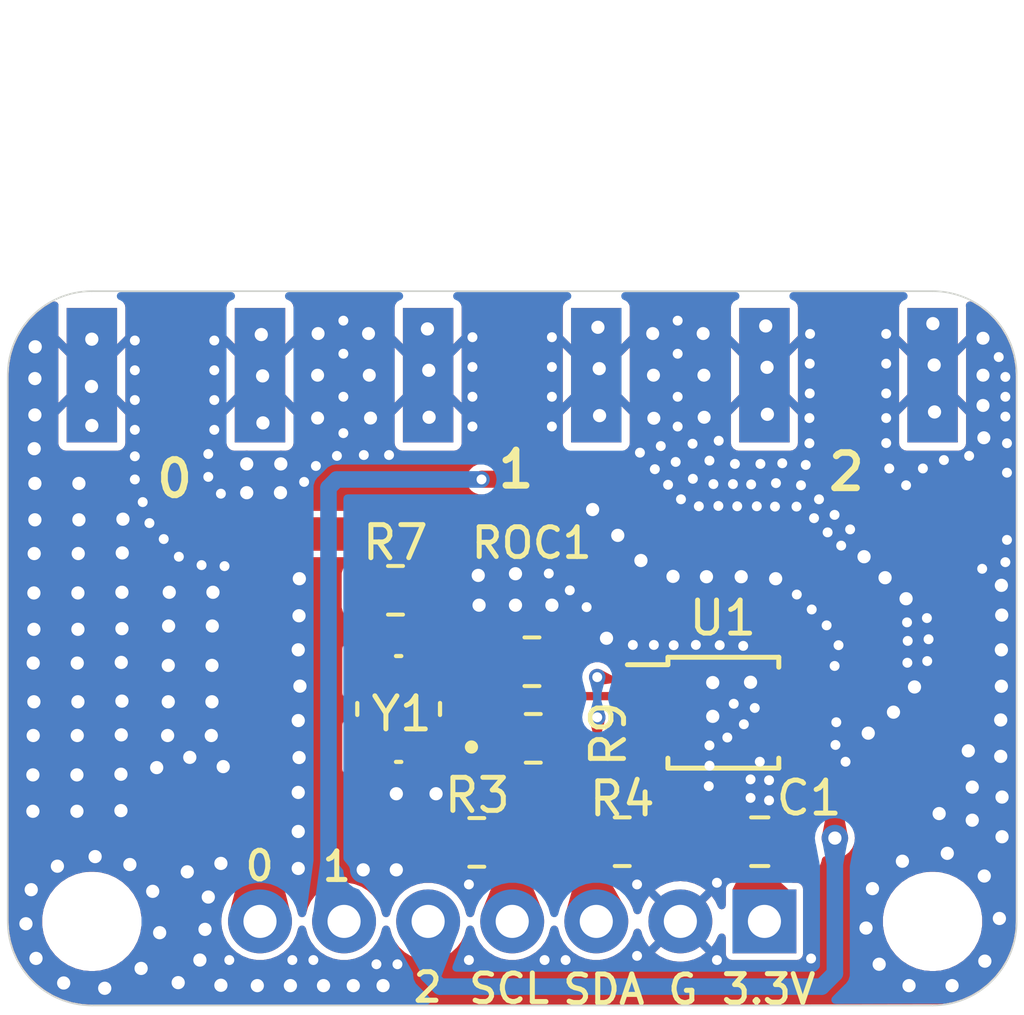
<source format=kicad_pcb>
(kicad_pcb (version 20221018) (generator pcbnew)
  (layers (0 "F.Cu" signal) (31 "B.Cu" signal) (34 "B.Paste" user) (35 "F.Paste" user) (36 "B.SilkS" user "B.Silkscreen") (37 "F.SilkS" user "F.Silkscreen") (38 "B.Mask" user) (39 "F.Mask" user) (44 "Edge.Cuts" user))
  (net 0 "")
  (net 1 "Net-(U1-XA)")
  (net 2 "GND")
  (net 3 "/SDA_3V")
  (net 4 "/SCL_3V")
  (net 5 "/CLK2")
  (net 6 "/CLK1")
  (net 7 "/CLK0")
  (net 8 "+3.3V")
  (net 9 "Net-(Y1-OUT)")
  (footprint "footprints:SMA_EDGELAUNCH_Same" (layer "F.Cu") (at 158.6611 94.7166 -90)
    (fp_text reference "X3" hide)
    (fp_text value "~")
    (pad "GND@1" smd rect (at 2.032 2.54) (size 1.524 4.064) (layers "F.Cu" "F.Mask") (net 2 "GND"))
    (pad "GND@2" smd rect (at 2.032 -2.54) (size 1.524 4.064) (layers "F.Cu" "F.Mask") (net 2 "GND"))
    (pad "GND@3" smd rect (at 2.032 -2.54) (size 1.524 4.064) (layers "B.Cu" "B.Mask") (net 2 "GND"))
    (pad "GND@4" smd rect (at 2.032 2.54) (size 1.524 4.064) (layers "B.Cu" "B.Mask") (net 2 "GND"))
    (pad "P" smd rect (at 2.032 0) (size 1.27 4.064) (layers "F.Cu" "F.Mask") (net 5 "/CLK2"))
  )
  (footprint "Fiducial:Fiducial_1mm_Mask2mm" (layer "F.Cu") (at 138.81 109.99 180)
    (fp_text reference "FID2" hide)
    (fp_text value "~" hide)
    (pad "" smd circle (at 0 0 180) (size 1 1) (layers "F.Cu" "F.Mask") (clearance 0.5))
  )
  (footprint "Resistor_SMD:R_0805_2012Metric_Pad1.20x1.40mm_HandSolder" (layer "F.Cu") (at 151.825 110.85)
    (fp_text reference "R4" (at 0 -1.296) (layer "F.SilkS"))
    (fp_text value "10k" hide)
    (fp_line (start -0.227064 -0.735) (end 0.227064 -0.735) (stroke (width 0.12)) (layer "F.SilkS"))
    (fp_line (start -0.227064 0.735) (end 0.227064 0.735) (stroke (width 0.12)) (layer "F.SilkS"))
    (pad "1" smd roundrect (at -1 0) (size 1.2 1.4) (layers "F.Cu" "F.Paste" "F.Mask") (roundrect_rratio 0.2083333333) (net 3 "/SDA_3V"))
    (pad "2" smd roundrect (at 1 0) (size 1.2 1.4) (layers "F.Cu" "F.Paste" "F.Mask") (roundrect_rratio 0.2083333333) (net 8 "+3.3V"))
  )
  (footprint "MountingHole:MountingHole_2.5mm" (layer "F.Cu") (at 161.2011 113.2586 180)
    (fp_text reference "H2" hide)
    (fp_text value "MOUNTINGHOLE2.5" hide)
    (pad "" np_thru_hole circle (at 0 0 180) (size 2.5 2.5) (drill 2.5) (layers "*.Cu" "*.Mask"))
  )
  (footprint "MountingHole:MountingHole_2.5mm" (layer "F.Cu") (at 135.8011 113.2586 180)
    (fp_text reference "H1" hide)
    (fp_text value "MOUNTINGHOLE2.5" hide)
    (pad "" np_thru_hole circle (at 0 0 180) (size 2.5 2.5) (drill 2.5) (layers "*.Cu" "*.Mask"))
  )
  (footprint "Resistor_SMD:R_0805_2012Metric" (layer "F.Cu") (at 144.975 103.25)
    (fp_text reference "R7" (at -0.005 -1.44) (layer "F.SilkS"))
    (fp_text value "100" hide)
    (fp_line (start -0.227064 -0.735) (end 0.227064 -0.735) (stroke (width 0.12)) (layer "F.SilkS"))
    (fp_line (start -0.227064 0.735) (end 0.227064 0.735) (stroke (width 0.12)) (layer "F.SilkS"))
    (pad "1" smd roundrect (at -0.9125 0) (size 1.025 1.4) (layers "F.Cu" "F.Paste" "F.Mask") (roundrect_rratio 0.243902439) (net 9 "Net-(Y1-OUT)"))
    (pad "2" smd roundrect (at 0.9125 0) (size 1.025 1.4) (layers "F.Cu" "F.Paste" "F.Mask") (roundrect_rratio 0.243902439) (net 2 "GND"))
  )
  (footprint "footprints:SMA_EDGELAUNCH_Same" (layer "F.Cu") (at 148.5011 94.7166 -90)
    (fp_text reference "X2" hide)
    (fp_text value "~")
    (pad "GND@1" smd rect (at 2.032 2.54) (size 1.524 4.064) (layers "F.Cu" "F.Mask") (net 2 "GND"))
    (pad "GND@2" smd rect (at 2.032 -2.54) (size 1.524 4.064) (layers "F.Cu" "F.Mask") (net 2 "GND"))
    (pad "GND@3" smd rect (at 2.032 -2.54) (size 1.524 4.064) (layers "B.Cu" "B.Mask") (net 2 "GND"))
    (pad "GND@4" smd rect (at 2.032 2.54) (size 1.524 4.064) (layers "B.Cu" "B.Mask") (net 2 "GND"))
    (pad "P" smd rect (at 2.032 0) (size 1.27 4.064) (layers "F.Cu" "F.Mask") (net 6 "/CLK1"))
  )
  (footprint "Resistor_SMD:R_0805_2012Metric_Pad1.20x1.40mm_HandSolder" (layer "F.Cu") (at 147.431 110.871 180)
    (fp_text reference "R3" (at -0.016 1.4224 180) (layer "F.SilkS"))
    (fp_text value "10k" hide)
    (fp_line (start -0.227064 -0.735) (end 0.227064 -0.735) (stroke (width 0.12)) (layer "F.SilkS"))
    (fp_line (start -0.227064 0.735) (end 0.227064 0.735) (stroke (width 0.12)) (layer "F.SilkS"))
    (pad "1" smd roundrect (at -1 0 180) (size 1.2 1.4) (layers "F.Cu" "F.Paste" "F.Mask") (roundrect_rratio 0.2083333333) (net 4 "/SCL_3V"))
    (pad "2" smd roundrect (at 1 0 180) (size 1.2 1.4) (layers "F.Cu" "F.Paste" "F.Mask") (roundrect_rratio 0.2083333333) (net 8 "+3.3V"))
  )
  (footprint "Adafruit Si5351A:1X07_ROUND_76" (layer "F.Cu") (at 148.5011 113.2586 180)
    (fp_text reference "JP1" hide)
    (fp_text value "~")
    (pad "1" thru_hole rect (at -7.62 0 270) (size 1.9304 1.9304) (drill 1) (layers "*.Cu" "*.Mask") (net 8 "+3.3V"))
    (pad "2" thru_hole circle (at -5.08 0 270) (size 1.9304 1.9304) (drill 1) (layers "*.Cu" "*.Mask") (net 2 "GND"))
    (pad "3" thru_hole circle (at -2.54 0 270) (size 1.9304 1.9304) (drill 1) (layers "*.Cu" "*.Mask") (net 3 "/SDA_3V"))
    (pad "4" thru_hole circle (at 0 0 270) (size 1.9304 1.9304) (drill 1) (layers "*.Cu" "*.Mask") (net 4 "/SCL_3V"))
    (pad "5" thru_hole circle (at 2.54 0 270) (size 1.9304 1.9304) (drill 1) (layers "*.Cu" "*.Mask") (net 5 "/CLK2"))
    (pad "6" thru_hole circle (at 5.08 0 270) (size 1.9304 1.9304) (drill 1) (layers "*.Cu" "*.Mask") (net 6 "/CLK1"))
    (pad "7" thru_hole circle (at 7.62 0 270) (size 1.9304 1.9304) (drill 1) (layers "*.Cu" "*.Mask") (net 7 "/CLK0"))
  )
  (footprint "Capacitor_SMD:C_0805_2012Metric_Pad1.18x1.45mm_HandSolder" (layer "F.Cu") (at 155.98 110.85)
    (fp_text reference "C1" (at 1.49 -1.32 180) (layer "F.SilkS"))
    (fp_text value "100nF" hide)
    (fp_line (start -0.261252 -0.735) (end 0.261252 -0.735) (stroke (width 0.12)) (layer "F.SilkS"))
    (fp_line (start -0.261252 0.735) (end 0.261252 0.735) (stroke (width 0.12)) (layer "F.SilkS"))
    (pad "1" smd roundrect (at -1.0375 0) (size 1.175 1.45) (layers "F.Cu" "F.Paste" "F.Mask") (roundrect_rratio 0.2127659574) (net 8 "+3.3V"))
    (pad "2" smd roundrect (at 1.0375 0) (size 1.175 1.45) (layers "F.Cu" "F.Paste" "F.Mask") (roundrect_rratio 0.2127659574) (net 2 "GND"))
  )
  (footprint "footprints:XTAL_ASTX-H11-25.000MHZ-T-Same" (layer "F.Cu") (at 145.07 106.8375 180)
    (fp_text reference "Y1" (at -0.091 -0.1473 180) (layer "F.SilkS"))
    (fp_text value "OSCILLATOR" hide)
    (fp_line (start -1.25 -0.18) (end -1.25 0.18) (stroke (width 0.127)) (layer "F.SilkS"))
    (fp_line (start -0.08 -1.6) (end 0.08 -1.6) (stroke (width 0.127)) (layer "F.SilkS"))
    (fp_line (start -0.08 1.6) (end 0.08 1.6) (stroke (width 0.127)) (layer "F.SilkS"))
    (fp_line (start 1.25 -0.18) (end 1.25 0.18) (stroke (width 0.127)) (layer "F.SilkS"))
    (fp_circle (center -2.2 -1.15) (end -2.1 -1.15) (stroke (width 0.2)) (fill none) (layer "F.SilkS"))
    (pad "1" smd rect (at -0.95 -1.15 180) (size 1.1 1.3) (layers "F.Cu" "F.Paste" "F.Mask") (net 2 "GND"))
    (pad "2" smd rect (at -0.95 1.15 180) (size 1.1 1.3) (layers "F.Cu" "F.Paste" "F.Mask") (net 2 "GND"))
    (pad "3" smd rect (at 0.95 1.15 180) (size 1.1 1.3) (layers "F.Cu" "F.Paste" "F.Mask") (net 9 "Net-(Y1-OUT)"))
    (pad "4" smd rect (at 0.95 -1.15 180) (size 1.1 1.3) (layers "F.Cu" "F.Paste" "F.Mask") (net 8 "+3.3V"))
  )
  (footprint "footprints:SMA_EDGELAUNCH_Same" (layer "F.Cu") (at 138.3411 94.7166 -90)
    (fp_text reference "X1" hide)
    (fp_text value "~")
    (pad "GND@1" smd rect (at 2.032 2.54) (size 1.524 4.064) (layers "F.Cu" "F.Mask") (net 2 "GND"))
    (pad "GND@2" smd rect (at 2.032 -2.54) (size 1.524 4.064) (layers "F.Cu" "F.Mask") (net 2 "GND"))
    (pad "GND@3" smd rect (at 2.032 -2.54) (size 1.524 4.064) (layers "B.Cu" "B.Mask") (net 2 "GND"))
    (pad "GND@4" smd rect (at 2.032 2.54) (size 1.524 4.064) (layers "B.Cu" "B.Mask") (net 2 "GND"))
    (pad "P" smd rect (at 2.032 0) (size 1.27 4.064) (layers "F.Cu" "F.Mask") (net 7 "/CLK0"))
  )
  (footprint "Resistor_SMD:R_0805_2012Metric" (layer "F.Cu") (at 149.098 105.41)
    (fp_text reference "ROC1" (at -0.008 -3.59) (layer "F.SilkS") (effects (font (size 0.9 0.9))))
    (fp_text value "64.9E / 100nF" hide)
    (fp_line (start -0.227064 -0.735) (end 0.227064 -0.735) (stroke (width 0.12)) (layer "F.SilkS"))
    (fp_line (start -0.227064 0.735) (end 0.227064 0.735) (stroke (width 0.12)) (layer "F.SilkS"))
    (pad "1" smd roundrect (at -0.9125 0) (size 1.025 1.4) (layers "F.Cu" "F.Paste" "F.Mask") (roundrect_rratio 0.243902439) (net 9 "Net-(Y1-OUT)"))
    (pad "2" smd roundrect (at 0.9125 0) (size 1.025 1.4) (layers "F.Cu" "F.Paste" "F.Mask") (roundrect_rratio 0.243902439) (net 1 "Net-(U1-XA)"))
  )
  (footprint "Fiducial:Fiducial_1mm_Mask2mm" (layer "F.Cu") (at 162.32 100.71)
    (fp_text reference "FID1" hide)
    (fp_text value "~" hide)
    (pad "" smd circle (at 0 0) (size 1 1) (layers "F.Cu" "F.Mask") (clearance 0.5))
  )
  (footprint "Package_SO:MSOP-10_3x3mm_P0.5mm" (layer "F.Cu") (at 154.88 106.95)
    (fp_text reference "U1" (at -0.0162 -2.8608 180) (layer "F.SilkS"))
    (fp_text value "SI5351A" hide)
    (fp_line (start -1.675 -1.675) (end -1.675 -1.45) (stroke (width 0.15)) (layer "F.SilkS"))
    (fp_line (start -1.675 -1.675) (end 1.675 -1.675) (stroke (width 0.15)) (layer "F.SilkS"))
    (fp_line (start -1.675 -1.45) (end -2.9 -1.45) (stroke (width 0.15)) (layer "F.SilkS"))
    (fp_line (start -1.675 1.675) (end -1.675 1.375) (stroke (width 0.15)) (layer "F.SilkS"))
    (fp_line (start -1.675 1.675) (end 1.675 1.675) (stroke (width 0.15)) (layer "F.SilkS"))
    (fp_line (start 1.675 -1.675) (end 1.675 -1.375) (stroke (width 0.15)) (layer "F.SilkS"))
    (fp_line (start 1.675 1.675) (end 1.675 1.375) (stroke (width 0.15)) (layer "F.SilkS"))
    (pad "1" smd rect (at -2.2 -1) (size 1.4 0.3) (layers "F.Cu" "F.Paste" "F.Mask") (net 8 "+3.3V"))
    (pad "2" smd rect (at -2.2 -0.5) (size 1.4 0.3) (layers "F.Cu" "F.Paste" "F.Mask") (net 1 "Net-(U1-XA)"))
    (pad "3" smd rect (at -2.2 0) (size 1.4 0.3) (layers "F.Cu" "F.Paste" "F.Mask"))
    (pad "4" smd rect (at -2.2 0.5) (size 1.4 0.3) (layers "F.Cu" "F.Paste" "F.Mask") (net 4 "/SCL_3V"))
    (pad "5" smd rect (at -2.2 1) (size 1.4 0.3) (layers "F.Cu" "F.Paste" "F.Mask") (net 3 "/SDA_3V"))
    (pad "6" smd rect (at 2.2 1) (size 1.4 0.3) (layers "F.Cu" "F.Paste" "F.Mask") (net 5 "/CLK2"))
    (pad "7" smd rect (at 2.2 0.5) (size 1.4 0.3) (layers "F.Cu" "F.Paste" "F.Mask") (net 8 "+3.3V"))
    (pad "8" smd rect (at 2.2 0) (size 1.4 0.3) (layers "F.Cu" "F.Paste" "F.Mask") (net 2 "GND"))
    (pad "9" smd rect (at 2.2 -0.5) (size 1.4 0.3) (layers "F.Cu" "F.Paste" "F.Mask") (net 6 "/CLK1"))
    (pad "10" smd rect (at 2.2 -1) (size 1.4 0.3) (layers "F.Cu" "F.Paste" "F.Mask") (net 7 "/CLK0"))
  )
  (footprint "Resistor_SMD:R_0805_2012Metric" (layer "F.Cu") (at 149.1375 107.725 180)
    (fp_text reference "R9" (at -2.2719 0.1306 270) (layer "F.SilkS"))
    (fp_text value "100" hide)
    (fp_line (start -0.227064 -0.735) (end 0.227064 -0.735) (stroke (width 0.12)) (layer "F.SilkS"))
    (fp_line (start -0.227064 0.735) (end 0.227064 0.735) (stroke (width 0.12)) (layer "F.SilkS"))
    (pad "1" smd roundrect (at -0.9125 0 180) (size 1.025 1.4) (layers "F.Cu" "F.Paste" "F.Mask") (roundrect_rratio 0.243902439) (net 1 "Net-(U1-XA)"))
    (pad "2" smd roundrect (at 0.9125 0 180) (size 1.025 1.4) (layers "F.Cu" "F.Paste" "F.Mask") (roundrect_rratio 0.243902439) (net 2 "GND"))
  )
  (gr_arc (start 161.2011 94.2086) (mid 162.997151 94.952549) (end 163.7411 96.7486) (stroke (width 0.05)) (layer "Edge.Cuts"))
  (gr_line (start 133.2611 113.2586) (end 133.2611 96.7486) (stroke (width 0.05)) (layer "Edge.Cuts"))
  (gr_line (start 161.2011 115.7986) (end 135.8011 115.7986) (stroke (width 0.05)) (layer "Edge.Cuts"))
  (gr_arc (start 135.8011 115.7986) (mid 134.005049 115.054651) (end 133.2611 113.2586) (stroke (width 0.05)) (layer "Edge.Cuts"))
  (gr_line (start 163.7411 96.7486) (end 163.7411 113.2586) (stroke (width 0.05)) (layer "Edge.Cuts"))
  (gr_arc (start 133.2611 96.7486) (mid 134.005049 94.952549) (end 135.8011 94.2086) (stroke (width 0.05)) (layer "Edge.Cuts"))
  (gr_line (start 135.8011 94.2086) (end 161.2011 94.2086) (stroke (width 0.05)) (layer "Edge.Cuts"))
  (gr_arc (start 163.7411 113.2586) (mid 162.997151 115.054651) (end 161.2011 115.7986) (stroke (width 0.05)) (layer "Edge.Cuts"))
  (gr_text "1" (at 148.6154 99.5934) (layer "F.SilkS") (effects (font (size 1.0668 1.0668) (thickness 0.2032))))
  (gr_text "G" (at 153.66 115.32) (layer "F.SilkS") (effects (font (size 0.8636 0.8636) (thickness 0.1524))))
  (gr_text "0" (at 140.8684 111.5822) (layer "F.SilkS") (effects (font (size 0.8636 0.8636) (thickness 0.1524))))
  (gr_text "SCL" (at 148.41 115.29) (layer "F.SilkS") (effects (font (size 0.8636 0.8636) (thickness 0.1524))))
  (gr_text "2" (at 145.9484 115.25) (layer "F.SilkS") (effects (font (size 0.8636 0.8636) (thickness 0.1524))))
  (gr_text "SDA" (at 151.27 115.32) (layer "F.SilkS") (effects (font (size 0.8636 0.8636) (thickness 0.1524))))
  (gr_text "1" (at 143.2 111.6) (layer "F.SilkS") (effects (font (size 0.8636 0.8636) (thickness 0.1524))))
  (gr_text "3.3V" (at 156.25 115.31) (layer "F.SilkS") (effects (font (size 0.8636 0.8636) (thickness 0.1524))))
  (gr_text "2" (at 158.5976 99.6696) (layer "F.SilkS") (effects (font (size 1.0668 1.0668) (thickness 0.2032))))
  (gr_text "0" (at 138.3 99.88) (layer "F.SilkS") (effects (font (size 1.0668 1.0668) (thickness 0.2032))))
  (segment (start 150.0105 105.41) (end 150.0105 106.5) (width 0.5) (layer "F.Cu") (net 1))
  (segment (start 150.0605 106.45) (end 150.0105 106.5) (width 0.25) (layer "F.Cu") (net 1))
  (segment (start 150.0105 106.5) (end 150.0105 107.6855) (width 0.5) (layer "F.Cu") (net 1))
  (segment (start 152.68 106.45) (end 150.0605 106.45) (width 0.25) (layer "F.Cu") (net 1))
  (segment (start 146.02 107.9875) (end 147.9625 107.9875) (width 0.25) (layer "F.Cu") (net 2))
  (segment (start 147.9625 107.9875) (end 148.225 107.725) (width 0.25) (layer "F.Cu") (net 2))
  (via (at 143.7 115.2) (size 0.8) (drill 0.4) (layers "F.Cu" "B.Cu") (net 2))
  (via (at 163.4 98) (size 0.5) (drill 0.3) (layers "F.Cu" "B.Cu") (net 2))
  (via (at 145.94 95.35) (size 0.8) (drill 0.4) (layers "F.Cu" "B.Cu") (net 2))
  (via (at 145 109.4) (size 0.8) (drill 0.4) (layers "F.Cu" "B.Cu") (net 2))
  (via (at 159.893 99.568) (size 0.5) (drill 0.3) (layers "F.Cu" "B.Cu") (net 2))
  (via (at 138.12 104.33) (size 0.8) (drill 0.4) (layers "F.Cu" "B.Cu") (net 2))
  (via (at 143.4 95.1) (size 0.5) (drill 0.3) (layers "F.Cu" "B.Cu") (net 2))
  (via (at 136.68 109.91) (size 0.8) (drill 0.4) (layers "F.Cu" "B.Cu") (net 2))
  (via (at 160.29 111.44) (size 0.8) (drill 0.4) (layers "F.Cu" "B.Cu") (net 2))
  (via (at 158.242 105.537) (size 0.5) (drill 0.3) (layers "F.Cu" "B.Cu") (net 2))
  (via (at 134.114168 114.376541) (size 0.8) (drill 0.4) (layers "F.Cu" "B.Cu") (net 2))
  (via (at 161.26 97.86) (size 0.8) (drill 0.4) (layers "F.Cu" "B.Cu") (net 2))
  (via (at 134.05 103.33) (size 0.8) (drill 0.4) (layers "F.Cu" "B.Cu") (net 2))
  (via (at 144.018 99.1616) (size 0.5) (drill 0.3) (layers "F.Cu" "B.Cu") (net 2))
  (via (at 162.306 99.187) (size 0.5) (drill 0.3) (layers "F.Cu" "B.Cu") (net 2))
  (via (at 142.06 104.02) (size 0.8) (drill 0.4) (layers "F.Cu" "B.Cu") (net 2))
  (via (at 157.62 101.07) (size 0.5) (drill 0.3) (layers "F.Cu" "B.Cu") (net 2))
  (via (at 155.3 100.71) (size 0.5) (drill 0.3) (layers "F.Cu" "B.Cu") (net 2))
  (via (at 163.4 96.8) (size 0.5) (drill 0.3) (layers "F.Cu" "B.Cu") (net 2))
  (via (at 138.11 106.62) (size 0.8) (drill 0.4) (layers "F.Cu" "B.Cu") (net 2))
  (via (at 157.48 98.806) (size 0.5) (drill 0.3) (layers "F.Cu" "B.Cu") (net 2))
  (via (at 141.859 114.427) (size 0.5) (drill 0.3) (layers "F.Cu" "B.Cu") (net 2))
  (via (at 137.1 96.6) (size 0.5) (drill 0.3) (layers "F.Cu" "B.Cu") (net 2))
  (via (at 163.28 106.15) (size 0.8) (drill 0.4) (layers "F.Cu" "B.Cu") (net 2))
  (via (at 160.45 104.78) (size 0.5) (drill 0.3) (layers "F.Cu" "B.Cu") (net 2))
  (via (at 154.14 100.71) (size 0.5) (drill 0.3) (layers "F.Cu" "B.Cu") (net 2))
  (via (at 158.71 101.41) (size 0.5) (drill 0.3) (layers "F.Cu" "B.Cu") (net 2))
  (via (at 139.1158 102.489) (size 0.5) (drill 0.3) (layers "F.Cu" "B.Cu") (net 2))
  (via (at 156 99.43) (size 0.5) (drill 0.3) (layers "F.Cu" "B.Cu") (net 2))
  (via (at 147.193 114.427) (size 0.5) (drill 0.3) (layers "F.Cu" "B.Cu") (net 2))
  (via (at 138.43 102.235) (size 0.5) (drill 0.3) (layers "F.Cu" "B.Cu") (net 2))
  (via (at 153.5 97.4) (size 0.5) (drill 0.3) (layers "F.Cu" "B.Cu") (net 2))
  (via (at 160.909 99.568) (size 0.5) (drill 0.3) (layers "F.Cu" "B.Cu") (net 2))
  (via (at 160.401 100.076) (size 0.5) (drill 0.3) (layers "F.Cu" "B.Cu") (net 2))
  (via (at 153.6 100.5) (size 0.5) (drill 0.3) (layers "F.Cu" "B.Cu") (net 2))
  (via (at 157.49 97.3) (size 0.5) (drill 0.3) (layers "F.Cu" "B.Cu") (net 2))
  (via (at 151.69 101.59) (size 0.8) (drill 0.4) (layers "F.Cu" "B.Cu") (net 2))
  (via (at 156.16 95.26) (size 0.8) (drill 0.4) (layers "F.Cu" "B.Cu") (net 2))
  (via (at 156.47 100.01) (size 0.5) (drill 0.3) (layers "F.Cu" "B.Cu") (net 2))
  (via (at 137.76 108.61) (size 0.8) (drill 0.4) (layers "F.Cu" "B.Cu") (net 2))
  (via (at 163.2 96.2) (size 0.5) (drill 0.3) (layers "F.Cu" "B.Cu") (net 2))
  (via (at 161.21 95.19) (size 0.8) (drill 0.4) (layers "F.Cu" "B.Cu") (net 2))
  (via (at 151.09 95.3) (size 0.8) (drill 0.4) (layers "F.Cu" "B.Cu") (net 2))
  (via (at 151.14 97.97) (size 0.8) (drill 0.4) (layers "F.Cu" "B.Cu") (net 2))
  (via (at 155 107.7) (size 0.5) (drill 0.3) (layers "F.Cu" "B.Cu") (net 2))
  (via (at 147.3 95.6) (size 0.5) (drill 0.3) (layers "F.Cu" "B.Cu") (net 2))
  (via (at 155.829 106.807) (size 0.5) (drill 0.3) (layers "F.Cu" "B.Cu") (net 2))
  (via (at 154.461786 108.552562) (size 0.5) (drill 0.3) (layers "F.Cu" "B.Cu") (net 2))
  (via (at 153.36 102.83) (size 0.8) (drill 0.4) (layers "F.Cu" "B.Cu") (net 2))
  (via (at 152.146 104.902) (size 0.5) (drill 0.3) (layers "F.Cu" "B.Cu") (net 2))
  (via (at 136.69 107.62) (size 0.8) (drill 0.4) (layers "F.Cu" "B.Cu") (net 2))
  (via (at 155.702 109.5248) (size 0.5) (drill 0.3) (layers "F.Cu" "B.Cu") (net 2))
  (via (at 150.114 114.427) (size 0.5) (drill 0.3) (layers "F.Cu" "B.Cu") (net 2))
  (via (at 142.0876 106.1466) (size 0.8) (drill 0.4) (layers "F.Cu" "B.Cu") (net 2))
  (via (at 136.71 103.31) (size 0.8) (drill 0.4) (layers "F.Cu" "B.Cu") (net 2))
  (via (at 142.0368 110.5408) (size 0.8) (drill 0.4) (layers "F.Cu" "B.Cu") (net 2))
  (via (at 134.95 115.12) (size 0.8) (drill 0.4) (layers "F.Cu" "B.Cu") (net 2))
  (via (at 154.2931 96.7486) (size 0.8001) (drill 0.3937) (layers "F.Cu" "B.Cu") (net 2))
  (via (at 153.5 96.1) (size 0.5) (drill 0.3) (layers "F.Cu" "B.Cu") (net 2))
  (via (at 137.541 101.219) (size 0.5) (drill 0.3) (layers "F.Cu" "B.Cu") (net 2))
  (via (at 142.07 102.9) (size 0.8) (drill 0.4) (layers "F.Cu" "B.Cu") (net 2))
  (via (at 155.702 106.03) (size 0.8) (drill 0.4) (layers "F.Cu" "B.Cu") (net 2))
  (via (at 136.71 104.41) (size 0.8) (drill 0.4) (layers "F.Cu" "B.Cu") (net 2))
  (via (at 149.7 95.6) (size 0.5) (drill 0.3) (layers "F.Cu" "B.Cu") (net 2))
  (via (at 135.38 106.62) (size 0.8) (drill 0.4) (layers "F.Cu" "B.Cu") (net 2))
  (via (at 161.544 99.314) (size 0.5) (drill 0.3) (layers "F.Cu" "B.Cu") (net 2))
  (via (at 142.0368 105.05) (size 0.8) (drill 0.4) (layers "F.Cu" "B.Cu") (net 2))
  (via (at 152.273 112.141) (size 0.5) (drill 0.3) (layers "F.Cu" "B.Cu") (net 2))
  (via (at 144.399 114.554) (size 0.5) (drill 0.3) (layers "F.Cu" "B.Cu") (net 2))
  (via (at 160.401 103.505) (size 0.8) (drill 0.4) (layers "F.Cu" "B.Cu") (net 2))
  (via (at 135.35 108.83) (size 0.8) (drill 0.4) (layers "F.Cu" "B.Cu") (net 2))
  (via (at 154.27 95.49) (size 0.8001) (drill 0.3937) (layers "F.Cu" "B.Cu") (net 2))
  (via (at 134.08 96.85) (size 0.8) (drill 0.4) (layers "F.Cu" "B.Cu") (net 2))
  (via (at 147.475 102.8) (size 0.8) (drill 0.4) (layers "F.Cu" "B.Cu") (net 2))
  (via (at 142.0368 107.188) (size 0.8) (drill 0.4) (layers "F.Cu" "B.Cu") (net 2))
  (via (at 149.606 102.743) (size 0.5) (drill 0.3) (layers "F.Cu" "B.Cu") (net 2))
  (via (at 144 111.7) (size 0.8) (drill 0.4) (layers "F.Cu" "B.Cu") (net 2))
  (via (at 142.621 96.7486) (size 0.8001) (drill 0.3937) (layers "F.Cu" "B.Cu") (net 2))
  (via (at 138.11 105.52) (size 0.8) (drill 0.4) (layers "F.Cu" "B.Cu") (net 2))
  (via (at 139.5 98.4) (size 0.5) (drill 0.3) (layers "F.Cu" "B.Cu") (net 2))
  (via (at 135.38 103.33) (size 0.8) (drill 0.4) (layers "F.Cu" "B.Cu") (net 2))
  (via (at 139.5 97.5) (size 0.5) (drill 0.3) (layers "F.Cu" "B.Cu") (net 2))
  (via (at 139.319 112.522) (size 0.8) (drill 0.4) (layers "F.Cu" "B.Cu") (net 2))
  (via (at 147.3 97.4) (size 0.5) (drill 0.3) (layers "F.Cu" "B.Cu") (net 2))
  (via (at 152.39 102.35) (size 0.8) (drill 0.4) (layers "F.Cu" "B.Cu") (net 2))
  (via (at 144.16 95.49) (size 0.8001) (drill 0.3937) (layers "F.Cu" "B.Cu") (net 2))
  (via (at 159.131 102.235) (size 0.8) (drill 0.4) (layers "F.Cu" "B.Cu") (net 2))
  (via (at 153.38 104.91) (size 0.5) (drill 0.3) (layers "F.Cu" "B.Cu") (net 2))
  (via (at 135.39 102.14) (size 0.8) (drill 0.4) (layers "F.Cu" "B.Cu") (net 2))
  (via (at 139.319 99.13) (size 0.5) (drill 0.3) (layers "F.Cu" "B.Cu") (net 2))
  (via (at 154.74 98.73) (size 0.5) (drill 0.3) (layers "F.Cu" "B.Cu") (net 2))
  (via (at 134.05 104.43) (size 0.8) (drill 0.4) (layers "F.Cu" "B.Cu") (net 2))
  (via (at 135.41 101.12) (size 0.8) (drill 0.4) (layers "F.Cu" "B.Cu") (net 2))
  (via (at 154.73 100.7) (size 0.5) (drill 0.3) (layers "F.Cu" "B.Cu") (net 2))
  (via (at 158.44 101.9) (size 0.5) (drill 0.3) (layers "F.Cu" "B.Cu") (net 2))
  (via (at 154.44 109.17) (size 0.5) (drill 0.3) (layers "F.Cu" "B.Cu") (net 2))
  (via (at 136.95 111.54) (size 0.8) (drill 0.4) (layers "F.Cu" "B.Cu") (net 2))
  (via (at 158 104.31) (size 0.5) (drill 0.3) (layers "F.Cu" "B.Cu") (net 2))
  (via (at 156.2 96.51) (size 0.8) (drill 0.4) (layers "F.Cu" "B.Cu") (net 2))
  (via (at 139.065 114.427) (size 0.8) (drill 0.4) (layers "F.Cu" "B.Cu") (net 2))
  (via (at 158.24 100.97) (size 0.5) (drill 0.3) (layers "F.Cu" "B.Cu") (net 2))
  (via (at 156.46 102.9) (size 0.8) (drill 0.4) (layers "F.Cu" "B.Cu") (net 2))
  (via (at 145 111.7) (size 0.8) (drill 0.4) (layers "F.Cu" "B.Cu") (net 2))
  (via (at 154.37 102.84) (size 0.8) (drill 0.4) (layers "F.Cu" "B.Cu") (net 2))
  (via (at 135.8 95.66) (size 0.8) (drill 0.4) (layers "F.Cu" "B.Cu") (net 2))
  (via (at 141.5 100.3) (size 0.8) (drill 0.4) (layers "F.Cu" "B.Cu") (net 2))
  (via (at 138.09 107.64) (size 0.8) (drill 0.4) (layers "F.Cu" "B.Cu") (net 2))
  (via (at 157.5308 114.38) (size 0.5) (drill 0.3) (layers "F.Cu" "B.Cu") (net 2))
  (via (at 154.559 106.04) (size 0.8) (drill 0.4) (layers "F.Cu" "B.Cu") (net 2))
  (via (at 154.05 104.9) (size 0.5) (drill 0.3) (layers "F.Cu" "B.Cu") (net 2))
  (via (at 155.9814 108.4326) (size 0.5) (drill 0.3) (layers "F.Cu" "B.Cu") (net 2))
  (via (at 155.23 99.43) (size 0.5) (drill 0.3) (layers "F.Cu" "B.Cu") (net 2))
  (via (at 134.02 108.83) (size 0.8) (drill 0.4) (layers "F.Cu" "B.Cu") (net 2))
  (via (at 155.17 100.04) (size 0.5) (drill 0.3) (layers "F.Cu" "B.Cu") (net 2))
  (via (at 152.78 98.05) (size 0.8001) (drill 0.3937) (layers "F.Cu" "B.Cu") (net 2))
  (via (at 160.43 104.22) (size 0.5) (drill 0.3) (layers "F.Cu" "B.Cu") (net 2))
  (via (at 142.8 115.2) (size 0.8) (drill 0.4) (layers "F.Cu" "B.Cu") (net 2))
  (via (at 162.4 110.2) (size 0.8) (drill 0.4) (layers "F.Cu" "B.Cu") (net 2))
  (via (at 139.46 103.31) (size 0.8) (drill 0.4) (layers "F.Cu" "B.Cu") (net 2))
  (via (at 159.5882 114.554) (size 0.8) (drill 0.4) (layers "F.Cu" "B.Cu") (net 2))
  (via (at 155.194 106.68) (size 0.5) (drill 0.3) (layers "F.Cu" "B.Cu") (net 2))
  (via (at 134.03 107.64) (size 0.8) (drill 0.4) (layers "F.Cu" "B.Cu") (net 2))
  (via (at 156.21 97.93) (size 0.8) (drill 0.4) (layers "F.Cu" "B.Cu") (net 2))
  (via (at 142.621 98.044) (size 0.8001) (drill 0.3937) (layers "F.Cu" "B.Cu") (net 2))
  (via (at 161.79 115.2) (size 0.8) (drill 0.4) (layers "F.Cu" "B.Cu") (net 2))
  (via (at 158.36 104.91) (size 0.5) (drill 0.3) (layers "F.Cu" "B.Cu") (net 2))
  (via (at 140.48 99.43) (size 0.8) (drill 0.4) (layers "F.Cu" "B.Cu") (net 2))
  (via (at 155.42 102.84) (size 0.8) (drill 0.4) (layers "F.Cu" "B.Cu") (net 2))
  (via (at 133.81 113.33) (size 0.8) (drill 0.4) (layers "F.Cu" "B.Cu") (net 2))
  (via (at 151.13 96.55) (size 0.8) (drill 0.4) (layers "F.Cu" "B.Cu") (net 2))
  (via (at 134.08 101.12) (size 0.8) (drill 0.4) (layers "F.Cu" "B.Cu") (net 2))
  (via (at 139.7 100.33) (size 0.5) (drill 0.3) (layers "F.Cu" "B.Cu") (net 2))
  (via (at 139.81 102.52) (size 0.5) (drill 0.3) (layers "F.Cu" "B.Cu") (net 2))
  (via (at 136.72 102.12) (size 0.8) (drill 0.4) (layers "F.Cu" "B.Cu") (net 2))
  (via (at 142.2146 99.9744) (size 0.5) (drill 0.3) (layers "F.Cu" "B.Cu") (net 2))
  (via (at 153.95 98.82) (size 0.5) (drill 0.3) (layers "F.Cu" "B.Cu") (net 2))
  (via (at 135.9 111.3) (size 0.8) (drill 0.4) (layers "F.Cu" "B.Cu") (net 2))
  (via (at 145.99 98.02) (size 0.8) (drill 0.4) (layers "F.Cu" "B.Cu") (net 2))
  (via (at 133.97 112.3) (size 0.8) (drill 0.4) (layers "F.Cu" "B.Cu") (net 2))
  (via (at 158.2928 107.2388) (size 0.5) (drill 0.3) (layers "F.Cu" "B.Cu") (net 2))
  (via (at 158.5722 108.4326) (size 0.5) (drill 0.3) (layers "F.Cu" "B.Cu") (net 2))
  (via (at 134.06 102.14) (size 0.8) (drill 0.4) (layers "F.Cu" "B.Cu") (net 2))
  (via (at 157.226 100.076) (size 0.5) (drill 0.3) (layers "F.Cu" "B.Cu") (net 2))
  (via (at 159.8 98.044) (size 0.5) (drill 0.3) (layers "F.Cu" "B.Cu") (net 2))
  (via (at 147.3 98.3) (size 0.5) (drill 0.3) (layers "F.Cu" "B.Cu") (net 2))
  (via (at 156.66 99.41) (size 0.5) (drill 0.3) (layers "F.Cu" "B.Cu") (net 2))
  (via (at 140.97 98.19) (size 0.8) (drill 0.4) (layers "F.Cu" "B.Cu") (net 2))
  (via (at 134.08 97.95) (size 0.8) (drill 0.4) (layers "F.Cu" "B.Cu") (net 2))
  (via (at 161.25 96.44) (size 0.8) (drill 0.4) (layers "F.Cu" "B.Cu") (net 2))
  (via (at 163.28 105.05) (size 0.8) (drill 0.4) (layers "F.Cu" "B.Cu") (net 2))
  (via (at 136.69 105.43) (size 0.8) (drill 0.4) (layers "F.Cu" "B.Cu") (net 2))
  (via (at 157.09 100.72) (size 0.5) (drill 0.3) (layers "F.Cu" "B.Cu") (net 2))
  (via (at 153.21 100.06) (size 0.5) (drill 0.3) (layers "F.Cu" "B.Cu") (net 2))
  (via (at 152.781 104.902) (size 0.5) (drill 0.3) (layers "F.Cu" "B.Cu") (net 2))
  (via (at 140.92 95.52) (size 0.8) (drill 0.4) (layers "F.Cu" "B.Cu") (net 2))
  (via (at 159.8 97.3) (size 0.5) (drill 0.3) (layers "F.Cu" "B.Cu") (net 2))
  (via (at 162.7251 97.663) (size 0.8001) (drill 0.3937) (layers "F.Cu" "B.Cu") (net 2))
  (via (at 160.49 115.2) (size 0.8) (drill 0.4) (layers "F.Cu" "B.Cu") (net 2))
  (via (at 139.954 114.427) (size 0.5) (drill 0.3) (layers "F.Cu" "B.Cu") (net 2))
  (via (at 143.4 97.4) (size 0.5) (drill 0.3) (layers "F.Cu" "B.Cu") (net 2))
  (via (at 159.19 113.46) (size 0.8) (drill 0.4) (layers "F.Cu" "B.Cu") (net 2))
  (via (at 153.96 99.88) (size 0.5) (drill 0.3) (layers "F.Cu" "B.Cu") (net 2))
  (via (at 159.385 112.268) (size 0.8) (drill 0.4) (layers "F.Cu" "B.Cu") (net 2))
  (via (at 139.43 106.62) (size 0.8) (drill 0.4) (layers "F.Cu" "B.Cu") (net 2))
  (via (at 163.26 107.17) (size 0.8) (drill 0.4) (layers "F.Cu" "B.Cu") (net 2))
  (via (at 150.241 103.251) (size 0.5) (drill 0.3) (layers "F.Cu" "B.Cu") (net 2))
  (via (at 142.5702 99.4918) (size 0.5) (drill 0.3) (layers "F.Cu" "B.Cu") (net 2))
  (via (at 159.258 107.569) (size 0.8) (drill 0.4) (layers "F.Cu" "B.Cu") (net 2))
  (via (at 139.41 107.64) (size 0.8) (drill 0.4) (layers "F.Cu" "B.Cu") (net 2))
  (via (at 163.449 98.806) (size 0.5) (drill 0.3) (layers "F.Cu" "B.Cu") (net 2))
  (via (at 146.2 109.4) (size 0.8) (drill 0.4) (layers "F.Cu" "B.Cu") (net 2))
  (via (at 138.684 111.76) (size 0.8) (drill 0.4) (layers "F.Cu" "B.Cu") (net 2))
  (via (at 139.319 99.822) (size 0.5) (drill 0.3) (layers "F.Cu" "B.Cu") (net 2))
  (via (at 154.3 98.02) (size 0.8001) (drill 0.3937) (layers "F.Cu" "B.Cu") (net 2))
  (via (at 157.099 103.378) (size 0.5) (drill 0.3) (layers "F.Cu" "B.Cu") (net 2))
  (via (at 161.08 104.73) (size 0.5) (drill 0.3) (layers "F.Cu" "B.Cu") (net 2))
  (via (at 134.05 106.62) (size 0.8) (drill 0.4) (layers "F.Cu" "B.Cu") (net 2))
  (via (at 137.1 97.5) (size 0.5) (drill 0.3) (layers "F.Cu" "B.Cu") (net 2))
  (via (at 140.48 100.3) (size 0.8) (drill 0.4) (layers "F.Cu" "B.Cu") (net 2))
  (via (at 162.7251 95.631) (size 0.8001) (drill 0.3937) (layers "F.Cu" "B.Cu") (net 2))
  (via (at 149.7 97.4) (size 0.5) (drill 0.3) (layers "F.Cu" "B.Cu") (net 2))
  (via (at 150.749 103.759) (size 0.5) (drill 0.3) (layers "F.Cu" "B.Cu") (net 2))
  (via (at 158.03 101.5) (size 0.5) (drill 0.3) (layers "F.Cu" "B.Cu") (net 2))
  (via (at 155.702 108.966) (size 0.5) (drill 0.3) (layers "F.Cu" "B.Cu") (net 2))
  (via (at 134.06 98.97) (size 0.8) (drill 0.4) (layers "F.Cu" "B.Cu") (net 2))
  (via (at 142.0368 111.6584) (size 0.8) (drill 0.4) (layers "F.Cu" "B.Cu") (net 2))
  (via (at 135.8 98.27) (size 0.8) (drill 0.4) (layers "F.Cu" "B.Cu") (net 2))
  (via (at 138.14 103.31) (size 0.8) (drill 0.4) (layers "F.Cu" "B.Cu") (net 2))
  (via (at 137.9728 101.7016) (size 0.5) (drill 0.3) (layers "F.Cu" "B.Cu") (net 2))
  (via (at 147.5 103.7) (size 0.8) (drill 0.4) (layers "F.Cu" "B.Cu") (net 2))
  (via (at 157.37 99.46) (size 0.5) (drill 0.3) (layers "F.Cu" "B.Cu") (net 2))
  (via (at 163.28 103.1) (size 0.8) (drill 0.4) (layers "F.Cu" "B.Cu") (net 2))
  (via (at 134.09 95.89) (size 0.8) (drill 0.4) (layers "F.Cu" "B.Cu") (net 2))
  (via (at 139.5 95.7) (size 0.5) (drill 0.3) (layers "F.Cu" "B.Cu") (net 2))
  (via (at 136.71 106.6) (size 0.8) (drill 0.4) (layers "F.Cu" "B.Cu") (net 2))
  (via (at 142.636 95.49) (size 0.8001) (drill 0.3937) (layers "F.Cu" "B.Cu") (net 2))
  (via (at 162.7632 111.887) (size 0.8) (drill 0.4) (layers "F.Cu" "B.Cu") (net 2))
  (via (at 152.746 95.49) (size 0.8001) (drill 0.3937) (layers "F.Cu" "B.Cu") (net 2))
  (via (at 139.43 105.52) (size 0.8) (drill 0.4) (layers "F.Cu" "B.Cu") (net 2))
  (via (at 163.29 104) (size 0.8) (drill 0.4) (layers "F.Cu" "B.Cu") (net 2))
  (via (at 134.03 105.45) (size 0.8) (drill 0.4) (layers "F.Cu" "B.Cu") (net 2))
  (via (at 161.6456 111.2012) (size 0.8) (drill 0.4) (layers "F.Cu" "B.Cu") (net 2))
  (via (at 152.81 99.59) (size 0.5) (drill 0.3) (layers "F.Cu" "B.Cu") (net 2))
  (via (at 154.46 99.33) (size 0.5) (drill 0.3) (layers "F.Cu" "B.Cu") (net 2))
  (via (at 149.7 103.7) (size 0.8) (drill 0.4) (layers "F.Cu" "B.Cu") (net 2))
  (via (at 155.5 107.3) (size 0.5) (drill 0.3) (layers "F.Cu" "B.Cu") (net 2))
  (via (at 159.766 102.87) (size 0.8) (drill 0.4) (layers "F.Cu" "B.Cu") (net 2))
  (via (at 157.48 98.044) (size 0.5) (drill 0.3) (layers "F.Cu" "B.Cu") (net 2))
  (via (at 137.1 95.7) (size 0.5) (drill 0.3) (layers "F.Cu" "B.Cu") (net 2))
  (via (at 153.5 95.1) (size 0.5) (drill 0.3) (layers "F.Cu" "B.Cu") (net 2))
  (via (at 144.78 99.1616) (size 0.5) (drill 0.3) (layers "F.Cu" "B.Cu") (net 2))
  (via (at 139.44 104.33) (size 0.8) (drill 0.4) (layers "F.Cu" "B.Cu") (net 2))
  (via (at 137.29 114.68) (size 0.8) (drill 0.4) (layers "F.Cu" "B.Cu") (net 2))
  (via (at 161.4 110) (size 0.8) (drill 0.4) (layers "F.Cu" "B.Cu") (net 2))
  (via (at 147.193 112.141) (size 0.5) (drill 0.3) (layers "F.Cu" "B.Cu") (net 2))
  (via (at 157.49 96.4) (size 0.5) (drill 0.3) (layers "F.Cu" "B.Cu") (net 2))
  (via (at 154.56 107.061) (size 0.8) (drill 0.4) (layers "F.Cu" "B.Cu") (net 2))
  (via (at 147.3 96.5) (size 0.5) (drill 0.3) (layers "F.Cu" "B.Cu") (net 2))
  (via (at 143.4 98.5) (size 0.5) (drill 0.3) (layers "F.Cu" "B.Cu") (net 2))
  (via (at 163.4 102.4) (size 0.5) (drill 0.3) (layers "F.Cu" "B.Cu") (net 2))
  (via (at 154.686 114.427) (size 0.5) (drill 0.3) (layers "F.Cu" "B.Cu") (net 2))
  (via (at 162.4 109.2) (size 0.8) (drill 0.4) (layers "F.Cu" "B.Cu") (net 2))
  (via (at 153.44 99.37) (size 0.5) (drill 0.3) (layers "F.Cu" "B.Cu") (net 2))
  (via (at 137.3378 100.584) (size 0.5) (drill 0.3) (layers "F.Cu" "B.Cu") (net 2))
  (via (at 151.35 104.7) (size 0.8) (drill 0.4) (layers "F.Cu" "B.Cu") (net 2))
  (via (at 143.4 96.1) (size 0.5) (drill 0.3) (layers "F.Cu" "B.Cu") (net 2))
  (via (at 135.38 104.43) (size 0.8) (drill 0.4) (layers "F.Cu" "B.Cu") (net 2))
  (via (at 161.03 104.09) (size 0.5) (drill 0.3) (layers "F.Cu" "B.Cu") (net 2))
  (via (at 139.5 96.6) (size 0.5) (drill 0.3) (layers "F.Cu" "B.Cu") (net 2))
  (via (at 142.494 114.427) (size 0.5) (drill 0.3) (layers "F.Cu" "B.Cu") (net 2))
  (via (at 162.2806 108.1024) (size 0.8) (drill 0.4) (layers "F.Cu" "B.Cu") (net 2))
  (via (at 159.8 98.8) (size 0.5) (drill 0.3) (layers "F.Cu" "B.Cu") (net 2))
  (via (at 157.77 100.5) (size 0.5) (drill 0.3) (layers "F.Cu" "B.Cu") (net 2))
  (via (at 148.6 102.75) (size 0.8) (drill 0.4) (layers "F.Cu" "B.Cu") (net 2))
  (via (at 158.2674 107.9246) (size 0.5) (drill 0.3) (layers "F.Cu" "B.Cu") (net 2))
  (via (at 157.5 95.5) (size 0.5) (drill 0.3) (layers "F.Cu" "B.Cu") (net 2))
  (via (at 163.4 97.4) (size 0.5) (drill 0.3) (layers "F.Cu" "B.Cu") (net 2))
  (via (at 144.1831 96.7486) (size 0.8001) (drill 0.3937) (layers "F.Cu" "B.Cu") (net 2))
  (via (at 145.034 114.554) (size 0.5) (drill 0.3) (layers "F.Cu" "B.Cu") (net 2))
  (via (at 140.96 96.77) (size 0.8) (drill 0.4) (layers "F.Cu" "B.Cu") (net 2))
  (via (at 155.48 104.93) (size 0.5) (drill 0.3) (layers "F.Cu" "B.Cu") (net 2))
  (via (at 156.44 100.72) (size 0.5) (drill 0.3) (layers "F.Cu" "B.Cu") (net 2))
  (via (at 139.77 108.58) (size 0.8) (drill 0.4) (layers "F.Cu" "B.Cu") (net 2))
  (via (at 135.36 107.64) (size 0.8) (drill 0.4) (layers "F.Cu" "B.Cu") (net 2))
  (via (at 135.41 100.02) (size 0.8) (drill 0.4) (layers "F.Cu" "B.Cu") (net 2))
  (via (at 162.75 98.64) (size 0.8001) (drill 0.3937) (layers "F.Cu" "B.Cu") (net 2))
  (via (at 154.46 107.94) (size 0.5) (drill 0.3) (layers "F.Cu" "B.Cu") (net 2))
  (via (at 136.19 115.28) (size 0.8) (drill 0.4) (layers "F.Cu" "B.Cu") (net 2))
  (via (at 141.51 99.43) (size 0.8) (drill 0.4) (layers "F.Cu" "B.Cu") (net 2))
  (via (at 162.7251 96.7486) (size 0.8001) (drill 0.3937) (layers "F.Cu" "B.Cu") (net 2))
  (via (at 144.6 115.2) (size 0.8) (drill 0.4) (layers "F.Cu" "B.Cu") (net 2))
  (via (at 149.7 98.3) (size 0.5) (drill 0.3) (layers "F.Cu" "B.Cu") (net 2))
  (via (at 160.02 106.934) (size 0.8) (drill 0.4) (layers "F.Cu" "B.Cu") (net 2))
  (via (at 134.02 109.93) (size 0.8) (drill 0.4) (layers "F.Cu" "B.Cu") (net 2))
  (via (at 152.99 98.89) (size 0.5) (drill 0.3) (layers "F.Cu" "B.Cu") (net 2))
  (via (at 160.44 105.44) (size 0.5) (drill 0.3) (layers "F.Cu" "B.Cu") (net 2))
  (via (at 163.449 99.695) (size 0.5) (drill 0.3) (layers "F.Cu" "B.Cu") (net 2))
  (via (at 141.8 115.2) (size 0.8) (drill 0.4) (layers "F.Cu" "B.Cu") (net 2))
  (via (at 136.68 108.81) (size 0.8) (drill 0.4) (layers "F.Cu" "B.Cu") (net 2))
  (via (at 140.8 115.2) (size 0.8) (drill 0.4) (layers "F.Cu" "B.Cu") (net 2))
  (via (at 149.479 114.427) (size 0.5) (drill 0.3) (layers "F.Cu" "B.Cu") (net 2))
  (via (at 145.98 96.6) (size 0.8) (drill 0.4) (layers "F.Cu" "B.Cu") (net 2))
  (via (at 142.0368 109.36) (size 0.8) (drill 0.4) (layers "F.Cu" "B.Cu") (net 2))
  (via (at 137.1 98.4) (size 0.5) (drill 0.3) (layers "F.Cu" "B.Cu") (net 2))
  (via (at 143.2052 99.187) (size 0.5) (drill 0.3) (layers "F.Cu" "B.Cu") (net 2))
  (via (at 161.04 105.39) (size 0.5) (drill 0.3) (layers "F.Cu" "B.Cu") (net 2))
  (via (at 162.78 114.46) (size 0.8) (drill 0.4) (layers "F.Cu" "B.Cu") (net 2))
  (via (at 139.22 113.5) (size 0.8) (drill 0.4) (layers "F.Cu" "B.Cu") (net 2))
  (via (at 163.3 109.5) (size 0.8) (drill 0.4) (layers "F.Cu" "B.Cu") (net 2))
  (via (at 137.1 99.2) (size 0.5) (drill 0.3) (layers "F.Cu" "B.Cu") (net 2))
  (via (at 163.449 101.727) (size 0.5) (drill 0.3) (layers "F.Cu" "B.Cu") (net 2))
  (via (at 136.74 101.1) (size 0.8) (drill 0.4) (layers "F.Cu" "B.Cu") (net 2))
  (via (at 137.64 112.35) (size 0.8) (drill 0.4) (layers "F.Cu" "B.Cu") (net 2))
  (via (at 152.273 114.3) (size 0.5) (drill 0.3) (layers "F.Cu" "B.Cu") (net 2))
  (via (at 156.2608 108.9914) (size 0.5) (drill 0.3) (layers "F.Cu" "B.Cu") (net 2))
  (via (at 155.72 100.05) (size 0.5) (drill 0.3) (layers "F.Cu" "B.Cu") (net 2))
  (via (at 153.5 98.3) (size 0.5) (drill 0.3) (layers "F.Cu" "B.Cu") (net 2))
  (via (at 139.7 115.189) (size 0.8) (drill 0.4) (layers "F.Cu" "B.Cu") (net 2))
  (via (at 159.8 96.4) (size 0.5) (drill 0.3) (layers "F.Cu" "B.Cu") (net 2))
  (via (at 148.6 103.7) (size 0.8) (drill 0.4) (layers "F.Cu" "B.Cu") (net 2))
  (via (at 135.35 109.93) (size 0.8) (drill 0.4) (layers "F.Cu" "B.Cu") (net 2))
  (via (at 154.58 100.04) (size 0.5) (drill 0.3) (layers "F.Cu" "B.Cu") (net 2))
  (via (at 163.22 113.17) (size 0.8) (drill 0.4) (layers "F.Cu" "B.Cu") (net 2))
  (via (at 134.08 100.02) (size 0.8) (drill 0.4) (layers "F.Cu" "B.Cu") (net 2))
  (via (at 137.85 113.6) (size 0.8) (drill 0.4) (layers "F.Cu" "B.Cu") (net 2))
  (via (at 139.7 111.506) (size 0.8) (drill 0.4) (layers "F.Cu" "B.Cu") (net 2))
  (via (at 135.36 105.45) (size 0.8) (drill 0.4) (layers "F.Cu" "B.Cu") (net 2))
  (via (at 159.8 95.5) (size 0.5) (drill 0.3) (layers "F.Cu" "B.Cu") (net 2))
  (via (at 154.77 104.91) (size 0.5) (drill 0.3) (layers "F.Cu" "B.Cu") (net 2))
  (via (at 157.55 103.83) (size 0.5) (drill 0.3) (layers "F.Cu" "B.Cu") (net 2))
  (via (at 144.2209 98.044) (size 0.8001) (drill 0.3937) (layers "F.Cu" "B.Cu") (net 2))
  (via (at 149.7 96.5) (size 0.5) (drill 0.3) (layers "F.Cu" "B.Cu") (net 2))
  (via (at 154.686 112.0902) (size 0.5) (drill 0.3) (layers "F.Cu" "B.Cu") (net 2))
  (via (at 162.7 102.6) (size 0.5) (drill 0.3) (layers "F.Cu" "B.Cu") (net 2))
  (via (at 160.655 106.172) (size 0.8) (drill 0.4) (layers "F.Cu" "B.Cu") (net 2))
  (via (at 137.1 99.9) (size 0.5) (drill 0.3) (layers "F.Cu" "B.Cu") (net 2))
  (via (at 156.2608 109.601) (size 0.5) (drill 0.3) (layers "F.Cu" "B.Cu") (net 2))
  (via (at 152.7691 96.7486) (size 0.8001) (drill 0.3937) (layers "F.Cu" "B.Cu") (net 2))
  (via (at 134.76 111.59) (size 0.8) (drill 0.4) (layers "F.Cu" "B.Cu") (net 2))
  (via (at 150.93 100.81) (size 0.8) (drill 0.4) (layers "F.Cu" "B.Cu") (net 2))
  (via (at 138.76 108.3) (size 0.8) (drill 0.4) (layers "F.Cu" "B.Cu") (net 2))
  (via (at 152.36 99.09) (size 0.5) (drill 0.3) (layers "F.Cu" "B.Cu") (net 2))
  (via (at 135.79 97.09) (size 0.8) (drill 0.4) (layers "F.Cu" "B.Cu") (net 2))
  (via (at 155.89 100.71) (size 0.5) (drill 0.3) (layers "F.Cu" "B.Cu") (net 2))
  (via (at 163.26 108.27) (size 0.8) (drill 0.4) (layers "F.Cu" "B.Cu") (net 2))
  (via (at 138.41 115.11) (size 0.8) (drill 0.4) (layers "F.Cu" "B.Cu") (net 2))
  (via (at 142.0622 108.3056) (size 0.8) (drill 0.4) (layers "F.Cu" "B.Cu") (net 2))
  (via (at 163.3 110.7) (size 0.8) (drill 0.4) (layers "F.Cu" "B.Cu") (net 2))
  (segment (start 150.825 110.85) (end 152.68 108.995) (width 0.25) (layer "F.Cu") (net 3))
  (segment (start 150.825 110.85) (end 150.825 113.0425) (width 0.5) (layer "F.Cu") (net 3))
  (segment (start 152.68 107.95) (end 152.68 108.995) (width 0.25) (layer "F.Cu") (net 3))
  (segment (start 152.68 107.45) (end 151.74 107.45) (width 0.25) (layer "F.Cu") (net 4))
  (segment (start 151.395 109.59) (end 148.685 109.59) (width 0.25) (layer "F.Cu") (net 4))
  (segment (start 151.74 107.45) (end 151.655 107.535) (width 0.25) (layer "F.Cu") (net 4))
  (segment (start 151.655 109.33) (end 151.395 109.59) (width 0.25) (layer "F.Cu") (net 4))
  (segment (start 151.655 107.535) (end 151.655 109.33) (width 0.25) (layer "F.Cu") (net 4))
  (segment (start 148.42 109.855) (end 148.42 110.68) (width 0.25) (layer "F.Cu") (net 4))
  (segment (start 148.685 109.59) (end 148.42 109.855) (width 0.25) (layer "F.Cu") (net 4))
  (segment (start 148.5011 113.2586) (end 148.5011 110.9599) (width 0.5) (layer "F.Cu") (net 4))
  (segment (start 157.23 108.8) (end 157.23 108) (width 0.2) (layer "F.Cu") (net 5))
  (segment (start 158.25 109.82) (end 157.88 109.45) (width 0.25) (layer "F.Cu") (net 5))
  (segment (start 162.03 103.35) (end 162.03 106.65) (width 1) (layer "F.Cu") (net 5))
  (segment (start 159.23 109.45) (end 157.88 109.45) (width 1) (layer "F.Cu") (net 5))
  (segment (start 158.6611 99.9811) (end 158.6611 96.7486) (width 1) (layer "F.Cu") (net 5))
  (segment (start 158.25 110.74) (end 158.25 109.82) (width 0.5) (layer "F.Cu") (net 5))
  (segment (start 157.88 109.45) (end 157.23 108.8) (width 1) (layer "F.Cu") (net 5))
  (segment (start 158.735 100.055) (end 158.6611 99.9811) (width 1) (layer "F.Cu") (net 5))
  (segment (start 162.03 106.65) (end 159.23 109.45) (width 1) (layer "F.Cu") (net 5))
  (segment (start 158.735 100.055) (end 162.03 103.35) (width 1) (layer "F.Cu") (net 5))
  (via (at 158.25 110.74) (size 0.8) (drill 0.4) (layers "F.Cu" "B.Cu") (net 5))
  (segment (start 158.25 114.83) (end 158.25 110.74) (width 0.5) (layer "B.Cu") (net 5))
  (segment (start 146.32 115.23) (end 157.85 115.23) (width 0.5) (layer "B.Cu") (net 5))
  (segment (start 145.9611 113.2586) (end 145.9611 114.8711) (width 0.5) (layer "B.Cu") (net 5))
  (segment (start 145.9611 114.8711) (end 146.32 115.23) (width 0.5) (layer "B.Cu") (net 5))
  (segment (start 157.85 115.23) (end 158.25 114.83) (width 0.5) (layer "B.Cu") (net 5))
  (segment (start 147.59 99.884) (end 148.61 99.884) (width 0.5) (layer "F.Cu") (net 6))
  (segment (start 148.5011 99.6411) (end 148.5011 96.7486) (width 1) (layer "F.Cu") (net 6))
  (segment (start 153.44 101.7) (end 151.39 99.65) (width 1) (layer "F.Cu") (net 6))
  (segment (start 148.61 99.884) (end 148.844 99.65) (width 0.5) (layer "F.Cu") (net 6))
  (segment (start 159.48 105.85) (end 159.48 104.317998) (width 1) (layer "F.Cu") (net 6))
  (segment (start 148.844 99.65) (end 148.51 99.65) (width 1) (layer "F.Cu") (net 6))
  (segment (start 148.26 99.9) (end 148.51 99.65) (width 0.25) (layer "F.Cu") (net 6))
  (segment (start 148.425 99.735) (end 148.51 99.65) (width 0.25) (layer "F.Cu") (net 6))
  (segment (start 147.574 99.9) (end 148.26 99.9) (width 0.5) (layer "F.Cu") (net 6))
  (segment (start 151.39 99.65) (end 148.844 99.65) (width 1) (layer "F.Cu") (net 6))
  (segment (start 156.862002 101.7) (end 153.44 101.7) (width 1) (layer "F.Cu") (net 6))
  (segment (start 148.51 99.65) (end 148.5011 99.6411) (width 1) (layer "F.Cu") (net 6))
  (segment (start 158.888 106.442) (end 157.22 106.442) (width 0.2) (layer "F.Cu") (net 6))
  (segment (start 158.888 106.442) (end 159.48 105.85) (width 1) (layer "F.Cu") (net 6))
  (segment (start 147.574 99.9) (end 147.59 99.884) (width 0.5) (layer "F.Cu") (net 6))
  (segment (start 159.48 104.317998) (end 156.862002 101.7) (width 1) (layer "F.Cu") (net 6))
  (via (at 147.574 99.9) (size 0.5) (drill 0.3) (layers "F.Cu" "B.Cu") (net 6))
  (segment (start 147.475 99.9) (end 143.2 99.9) (width 0.5) (layer "B.Cu") (net 6))
  (segment (start 142.95 100.15) (end 142.95 112.7875) (width 0.5) (layer "B.Cu") (net 6))
  (segment (start 143.2 99.9) (end 142.95 100.15) (width 0.5) (layer "B.Cu") (net 6))
  (segment (start 140.8811 113.2586) (end 140.8811 101.6311) (width 1) (layer "F.Cu") (net 7))
  (segment (start 156.13 103.95) (end 152.38 103.95) (width 1) (layer "F.Cu") (net 7))
  (segment (start 152.38 103.95) (end 149.98 101.55) (width 1) (layer "F.Cu") (net 7))
  (segment (start 157.23 105.05) (end 156.13 103.95) (width 1) (layer "F.Cu") (net 7))
  (segment (start 143.764 101.55) (end 142.621 101.55) (width 1) (layer "F.Cu") (net 7))
  (segment (start 138.3411 96.7486) (end 138.3411 100.626735) (width 1) (layer "F.Cu") (net 7))
  (segment (start 138.3411 100.626735) (end 139.264365 101.55) (width 1) (layer "F.Cu") (net 7))
  (segment (start 142.621 101.55) (end 140.8 101.55) (width 1) (layer "F.Cu") (net 7))
  (segment (start 140.8811 101.6311) (end 140.8 101.55) (width 1) (layer "F.Cu") (net 7))
  (segment (start 149.98 101.55) (end 143.764 101.55) (width 1) (layer "F.Cu") (net 7))
  (segment (start 139.264365 101.55) (end 142.621 101.55) (width 1) (layer "F.Cu") (net 7))
  (segment (start 157.23 105.05) (end 157.23 105.891999) (width 0.2) (layer "F.Cu") (net 7))
  (segment (start 139.264365 101.55) (end 143.764 101.55) (width 1) (layer "F.Cu") (net 7))
  (segment (start 151.1445 105.95) (end 151.07 105.8755) (width 0.2) (layer "F.Cu") (net 8))
  (segment (start 156.1211 112.0286) (end 154.9425 110.85) (width 0.5) (layer "F.Cu") (net 8))
  (segment (start 151.07 108.89) (end 150.88 109.08) (width 0.25) (layer "F.Cu") (net 8))
  (segment (start 157.08 107.45) (end 156.13 107.45) (width 0.2) (layer "F.Cu") (net 8))
  (segment (start 144.399 110.871) (end 146.431 110.871) (width 0.25) (layer "F.Cu") (net 8))
  (segment (start 151.07 107.09) (end 151.07 108.89) (width 0.25) (layer "F.Cu") (net 8))
  (segment (start 144.12 110.592) (end 144.399 110.871) (width 0.25) (layer "F.Cu") (net 8))
  (segment (start 154.83275 110.871) (end 153.01525 110.871) (width 0.5) (layer "F.Cu") (net 8))
  (segment (start 152.68 105.95) (end 151.1445 105.95) (width 0.2) (layer "F.Cu") (net 8))
  (segment (start 153.8 105.95) (end 152.68 105.95) (width 0.2) (layer "F.Cu") (net 8))
  (segment (start 156.1211 113.2586) (end 156.1211 112.0286) (width 0.5) (layer "F.Cu") (net 8))
  (segment (start 146.431 110.871) (end 147.32 109.982) (width 0.25) (layer "F.Cu") (net 8))
  (segment (start 153.83 110.75) (end 153.83 105.98) (width 0.2) (layer "F.Cu") (net 8))
  (segment (start 144.12 107.9875) (end 144.12 110.592) (width 0.25) (layer "F.Cu") (net 8))
  (segment (start 153.83 105.98) (end 153.8 105.95) (width 0.2) (layer "F.Cu") (net 8))
  (segment (start 156.13 107.45) (end 155.0275 108.5525) (width 0.2) (layer "F.Cu") (net 8))
  (segment (start 155.0275 108.5525) (end 155.0275 110.85) (width 0.2) (layer "F.Cu") (net 8))
  (segment (start 147.32 109.08) (end 150.88 109.08) (width 0.25) (layer "F.Cu") (net 8))
  (segment (start 147.32 109.982) (end 147.32 109.08) (width 0.25) (layer "F.Cu") (net 8))
  (via (at 151.07 105.8755) (size 0.5) (drill 0.3) (layers "F.Cu" "B.Cu") (net 8))
  (via (at 151.07 107.09) (size 0.5) (drill 0.3) (layers "F.Cu" "B.Cu") (net 8))
  (segment (start 151.07 107.09) (end 151.07 105.8755) (width 0.25) (layer "B.Cu") (net 8))
  (segment (start 144.0625 104.55) (end 144.0625 105.63) (width 0.5) (layer "F.Cu") (net 9))
  (segment (start 144.0625 104.55) (end 147.3255 104.55) (width 0.5) (layer "F.Cu") (net 9))
  (segment (start 144.0625 103.25) (end 144.0625 104.55) (width 0.5) (layer "F.Cu") (net 9))
  (segment (start 147.3255 104.55) (end 148.1855 105.41) (width 0.5) (layer "F.Cu") (net 9))
  (zone (net 0) (net_name "") (layer "F.Cu") (connect_pads (clearance 0)) (min_thickness 0.254)
    (keepout (tracks allowed) (vias not_allowed) (pads allowed) (copperpour not_allowed) (footprints allowed))
    (fill (thermal_gap 0.508) (thermal_bridge_width 0.508) (island_removal_mode 2) (island_area_min 10))
    (polygon (pts (xy 145.2 107) (xy 147 107) (xy 147 108.8) (xy 145.2 108.8)))
  )
  (zone (net 2) (net_name "GND") (layer "F.Cu") (connect_pads (clearance 0.2)) (min_thickness 0.25) (fill yes (thermal_gap 0.25) (thermal_bridge_width 0.25) (smoothing chamfer) (radius 0.05) (island_removal_mode 2) (island_area_min 10))
    (polygon (pts (xy 133.24 94.38) (xy 133.29 115.8) (xy 163.76 115.76) (xy 163.71 94.34)))
  )
  (zone (net 2) (net_name "GND") (layer "B.Cu") (priority 1) (connect_pads (clearance 0.2)) (min_thickness 0.25) (fill yes (thermal_gap 0.25) (thermal_bridge_width 0.25) (smoothing chamfer) (radius 0.05) (island_removal_mode 2) (island_area_min 10))
    (polygon (pts (xy 133.26 93.99) (xy 133.25 115.81) (xy 163.77 115.74) (xy 163.78 93.92)))
  )
)
</source>
